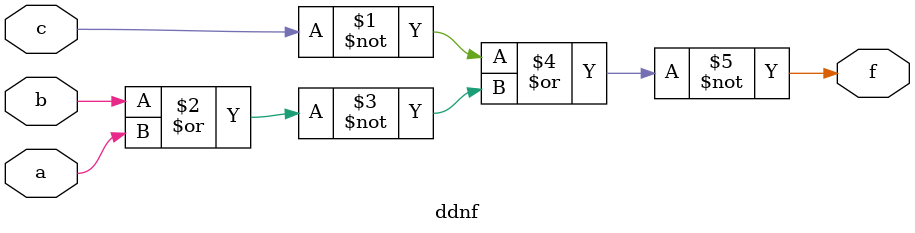
<source format=v>
module ddnf(
        input a, b, c,
        output f
);
        assign f =  ~(~c | ~( b | a ));
endmodule
</source>
